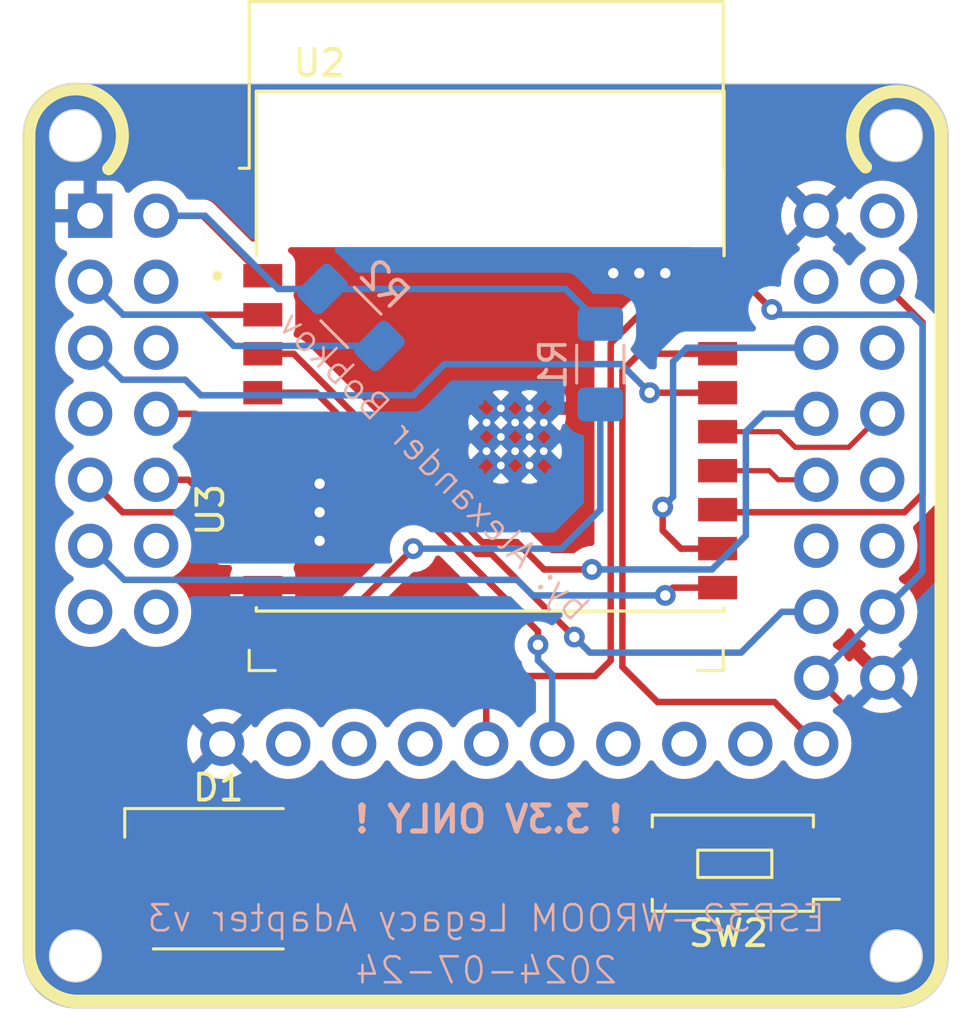
<source format=kicad_pcb>
(kicad_pcb (version 20240108) (generator "pcbnew") (generator_version "8.0")
  (layers (0 "F.Cu" signal) (31 "B.Cu" signal) (34 "B.Paste" user) (35 "F.Paste" user) (36 "B.SilkS" user "B.Silkscreen") (37 "F.SilkS" user "F.Silkscreen") (38 "B.Mask" user) (39 "F.Mask" user) (44 "Edge.Cuts" user))
  (net 0 "")
  (net 1 "GND")
  (net 2 "+3V3")
  (net 3 "Net-(D1-AB)")
  (net 4 "/GPIO0")
  (net 5 "/GPIO2")
  (net 11 "/GPIO7")
  (net 17 "/GPIO8")
  (net 19 "/GPIO3")
  (net 20 "/USB_D-")
  (net 21 "/GPIO6")
  (net 22 "/GPIO9")
  (net 23 "/GPIO5")
  (net 24 "/GPIO4")
  (net 25 "/EN")
  (net 26 "/GPIO10")
  (net 27 "/USB_D+")
  (net 28 "/GPIO1")
  (net 36 "/UART_TX")
  (net 37 "/UART_RX")
  (footprint "Alexander Footprint Library:ESP32-C3-WROOM-02-H4" (layer "F.Cu") (at 208.0625 86.5)
    (property "Reference" "U2" (at -6.575 -11.085 0) (layer "F.SilkS"))
    (property "Value" "ESP32-C3-WROOM-02-N4")
    (fp_line (start -9 -10) (end -9 -3.67) (stroke (width 0.127)) (layer "F.SilkS"))
    (fp_line (start -9 10) (end -9 9.87) (stroke (width 0.127)) (layer "F.SilkS"))
    (fp_line (start -9 10) (end 9 10) (stroke (width 0.127)) (layer "F.SilkS"))
    (fp_line (start 9 -10) (end -9 -10) (stroke (width 0.127)) (layer "F.SilkS"))
    (fp_line (start 9 -3.67) (end 9 -10) (stroke (width 0.127)) (layer "F.SilkS"))
    (fp_line (start 9 10) (end 9 9.87) (stroke (width 0.127)) (layer "F.SilkS"))
    (fp_circle (center -10.5 -2.9) (end -10.4 -2.9) (stroke (width 0.2)) (fill none) (layer "F.SilkS"))
    (pad "1" smd rect (at -8.75 -2.9) (size 1.5 0.9) (layers "F.Cu" "F.Paste" "F.Mask") (net 2 "+3V3"))
    (pad "2" smd rect (at -8.75 -1.4) (size 1.5 0.9) (layers "F.Cu" "F.Paste" "F.Mask") (net 25 "/EN"))
    (pad "3" smd rect (at -8.75 0.1) (size 1.5 0.9) (layers "F.Cu" "F.Paste" "F.Mask") (net 24 "/GPIO4"))
    (pad "4" smd rect (at -8.75 1.6) (size 1.5 0.9) (layers "F.Cu" "F.Paste" "F.Mask") (net 23 "/GPIO5"))
    (pad "5" smd rect (at -8.75 3.1) (size 1.5 0.9) (layers "F.Cu" "F.Paste" "F.Mask") (net 21 "/GPIO6"))
    (pad "6" smd rect (at -8.75 4.6) (size 1.5 0.9) (layers "F.Cu" "F.Paste" "F.Mask") (net 11 "/GPIO7"))
    (pad "7" smd rect (at -8.75 6.1) (size 1.5 0.9) (layers "F.Cu" "F.Paste" "F.Mask") (net 17 "/GPIO8"))
    (pad "8" smd rect (at -8.75 7.6) (size 1.5 0.9) (layers "F.Cu" "F.Paste" "F.Mask") (net 22 "/GPIO9"))
    (pad "9" smd rect (at -8.75 9.1) (size 1.5 0.9) (layers "F.Cu" "F.Paste" "F.Mask") (net 1 "GND"))
    (pad "10" smd rect (at 8.75 9.1) (size 1.5 0.9) (layers "F.Cu" "F.Paste" "F.Mask") (net 26 "/GPIO10"))
    (pad "11" smd rect (at 8.75 7.6) (size 1.5 0.9) (layers "F.Cu" "F.Paste" "F.Mask") (net 37 "/UART_RX"))
    (pad "12" smd rect (at 8.75 6.1) (size 1.5 0.9) (layers "F.Cu" "F.Paste" "F.Mask") (net 36 "/UART_TX"))
    (pad "13" smd rect (at 8.75 4.6) (size 1.5 0.9) (layers "F.Cu" "F.Paste" "F.Mask") (net 20 "/USB_D-"))
    (pad "14" smd rect (at 8.75 3.1) (size 1.5 0.9) (layers "F.Cu" "F.Paste" "F.Mask") (net 27 "/USB_D+"))
    (pad "15" smd rect (at 8.75 1.6) (size 1.5 0.9) (layers "F.Cu" "F.Paste" "F.Mask") (net 19 "/GPIO3"))
    (pad "16" smd rect (at 8.75 0.1) (size 1.5 0.9) (layers "F.Cu" "F.Paste" "F.Mask") (net 5 "/GPIO2"))
    (pad "17" smd rect (at 8.75 -1.4) (size 1.5 0.9) (layers "F.Cu" "F.Paste" "F.Mask") (net 28 "/GPIO1"))
    (pad "18" smd rect (at 8.75 -2.9) (size 1.5 0.9) (layers "F.Cu" "F.Paste" "F.Mask") (net 4 "/GPIO0"))
    (pad "19" smd rect (at -0.14 2.2) (size 0.7 0.7) (layers "F.Cu" "F.Paste" "F.Mask") (net 1 "GND"))
    (pad "20" smd rect (at 0.96 2.2) (size 0.7 0.7) (layers "F.Cu" "F.Paste" "F.Mask") (net 1 "GND"))
    (pad "21" smd rect (at 2.06 2.2) (size 0.7 0.7) (layers "F.Cu" "F.Paste" "F.Mask") (net 1 "GND"))
    (pad "22" smd rect (at -0.14 3.3) (size 0.7 0.7) (layers "F.Cu" "F.Paste" "F.Mask") (net 1 "GND"))
    (pad "23" smd rect (at 0.96 3.3) (size 0.7 0.7) (layers "F.Cu" "F.Paste" "F.Mask") (net 1 "GND"))
    (pad "24" smd rect (at 2.06 3.3) (size 0.7 0.7) (layers "F.Cu" "F.Paste" "F.Mask") (net 1 "GND"))
    (pad "25" smd rect (at -0.14 4.4) (size 0.7 0.7) (layers "F.Cu" "F.Paste" "F.Mask") (net 1 "GND"))
    (pad "26" smd rect (at 0.96 4.4) (size 0.7 0.7) (layers "F.Cu" "F.Paste" "F.Mask") (net 1 "GND"))
    (pad "27" smd rect (at 2.06 4.4) (size 0.7 0.7) (layers "F.Cu" "F.Paste" "F.Mask") (net 1 "GND"))
    (pad "28" thru_hole circle (at 0.41 2.2) (size 0.4 0.4) (drill 0.3) (layers "*.Cu") (net 1 "GND"))
    (pad "29" thru_hole circle (at 1.51 2.2) (size 0.4 0.4) (drill 0.3) (layers "*.Cu") (net 1 "GND"))
    (pad "30" thru_hole circle (at -0.14 2.75) (size 0.4 0.4) (drill 0.3) (layers "*.Cu") (net 1 "GND"))
    (pad "31" thru_hole circle (at 0.96 2.75) (size 0.4 0.4) (drill 0.3) (layers "*.Cu") (net 1 "GND"))
    (pad "32" thru_hole circle (at 2.06 2.75) (size 0.4 0.4) (drill 0.3) (layers "*.Cu") (net 1 "GND"))
    (pad "33" thru_hole circle (at 0.41 3.3) (size 0.4 0.4) (drill 0.3) (layers "*.Cu") (net 1 "GND"))
    (pad "34" thru_hole circle (at 1.51 3.3) (size 0.4 0.4) (drill 0.3) (layers "*.Cu") (net 1 "GND"))
    (pad "35" thru_hole circle (at -0.14 3.85) (size 0.4 0.4) (drill 0.3) (layers "*.Cu") (net 1 "GND"))
    (pad "36" thru_hole circle (at 0.96 3.85) (size 0.4 0.4) (drill 0.3) (layers "*.Cu") (net 1 "GND"))
    (pad "37" thru_hole circle (at 2.06 3.85) (size 0.4 0.4) (drill 0.3) (layers "*.Cu") (net 1 "GND"))
    (pad "38" thru_hole circle (at 0.41 4.4) (size 0.4 0.4) (drill 0.3) (layers "*.Cu") (net 1 "GND"))
    (pad "39" thru_hole circle (at 1.51 4.4) (size 0.4 0.4) (drill 0.3) (layers "*.Cu") (net 1 "GND"))
    (zone (net 0) (net_name "") (layer "F.Cu") (connect_pads (clearance 0)) (min_thickness 0.01)
      (keepout (tracks not_allowed) (vias not_allowed) (pads not_allowed) (copperpour not_allowed) (footprints allowed))
      (fill (thermal_gap 0.508) (thermal_bridge_width 0.508))
      (polygon (pts (xy 199.0625 76.5) (xy 217.0625 76.5) (xy 217.0625 82.5) (xy 199.0625 82.5)))
    )
    (zone (net 0) (net_name "") (layer "B.Cu") (connect_pads (clearance 0)) (min_thickness 0.01)
      (keepout (tracks not_allowed) (vias not_allowed) (pads not_allowed) (copperpour not_allowed) (footprints allowed))
      (fill (thermal_gap 0.508) (thermal_bridge_width 0.508))
      (polygon (pts (xy 199.0625 76.5) (xy 217.0625 76.5) (xy 217.0625 82.5) (xy 199.0625 82.5)))
    )
  )
  (footprint "Alexander Footprint Library:LED_5050-6" (layer "F.Cu") (at 197.6 106.8)
    (property "Reference" "D1" (at 0 -3.5 180) (layer "F.SilkS"))
    (property "Value" "LED_SMD_5050")
    (fp_line (start -3.6 -2.7) (end 2.5 -2.7) (stroke (width 0.12)) (layer "F.SilkS"))
    (fp_line (start -3.6 -1.6) (end -3.6 -2.7) (stroke (width 0.12)) (layer "F.SilkS"))
    (fp_line (start 2.5 2.7) (end -2.5 2.7) (stroke (width 0.12)) (layer "F.SilkS"))
    (pad "1" smd rect (at -2.4 -1.7 90) (size 1.1 2) (layers "F.Cu" "F.Paste" "F.Mask") (net 3 "Net-(D1-AB)"))
    (pad "2" smd rect (at -2.4 0 90) (size 1.1 2) (layers "F.Cu" "F.Paste" "F.Mask") (net 3 "Net-(D1-AB)"))
    (pad "3" smd rect (at -2.4 1.7 90) (size 1.1 2) (layers "F.Cu" "F.Paste" "F.Mask") (net 3 "Net-(D1-AB)"))
    (pad "4" smd rect (at 2.4 1.7 90) (size 1.1 2) (layers "F.Cu" "F.Paste" "F.Mask") (net 1 "GND"))
    (pad "5" smd rect (at 2.4 0 90) (size 1.1 2) (layers "F.Cu" "F.Paste" "F.Mask") (net 1 "GND"))
    (pad "6" smd rect (at 2.4 -1.7 90) (size 1.1 2) (layers "F.Cu" "F.Paste" "F.Mask") (net 1 "GND"))
  )
  (footprint "Alexander Footprint Library:CONN-ESP32-WROOM-Adapter-Legacy-v3" (layer "F.Cu") (at 207.91 88.91)
    (property "Reference" "U3" (at -10.61 3.7 90) (layer "F.SilkS"))
    (property "Value" "~")
    (fp_line (start -17.6 -10.6854) (end -17.6 20.9) (stroke (width 0.5)) (layer "F.SilkS"))
    (fp_line (start -9.12 -15.86) (end -9.12 -9.445) (stroke (width 0.12)) (layer "F.SilkS"))
    (fp_line (start -9.12 -15.86) (end 9.12 -15.86) (stroke (width 0.12)) (layer "F.SilkS"))
    (fp_line (start -9.12 -9.445) (end -9.5 -9.445) (stroke (width 0.12)) (layer "F.SilkS"))
    (fp_line (start -9.12 9.1) (end -9.12 9.88) (stroke (width 0.12)) (layer "F.SilkS"))
    (fp_line (start -9.12 9.88) (end -8.12 9.88) (stroke (width 0.12)) (layer "F.SilkS"))
    (fp_line (start 9.12 -15.86) (end 9.12 -9.445) (stroke (width 0.12)) (layer "F.SilkS"))
    (fp_line (start 9.12 9.1) (end 9.12 9.88) (stroke (width 0.12)) (layer "F.SilkS"))
    (fp_line (start 9.12 9.88) (end 8.12 9.88) (stroke (width 0.12)) (layer "F.SilkS"))
    (fp_line (start 15.8854 22.6) (end -15.7 22.6) (stroke (width 0.5)) (layer "F.SilkS"))
    (fp_line (start 17.5 -10.8) (end 17.5 20.7854) (stroke (width 0.5)) (layer "F.SilkS"))
    (fp_arc (start -17.6 -10.6854) (mid -15.117897 -12.365818) (end -14.527166 -9.427166) (stroke (width 0.5)) (layer "F.SilkS"))
    (fp_arc (start -15.700001 22.60263) (mid -17.00953 22.080265) (end -17.6 20.8) (stroke (width 0.5)) (layer "F.SilkS"))
    (fp_arc (start 14.595841 -9.495841) (mid 15.102381 -12.253488) (end 17.499999 -10.8) (stroke (width 0.5)) (layer "F.SilkS"))
    (fp_arc (start 17.5 20.7854) (mid 17.071898 22.033759) (end 15.880748 22.601944) (stroke (width 0.5)) (layer "F.SilkS"))
    (fp_line (start -17.8054 20.86) (end -17.8054 -10.7) (stroke (width 0.05)) (layer "Edge.Cuts"))
    (fp_line (start -15.8054 -12.7) (end 15.78 -12.7) (stroke (width 0.05)) (layer "Edge.Cuts"))
    (fp_line (start 15.78 22.86) (end -15.8054 22.86) (stroke (width 0.05)) (layer "Edge.Cuts"))
    (fp_line (start 17.78 -10.7) (end 17.78 20.86) (stroke (width 0.05)) (layer "Edge.Cuts"))
    (fp_arc (start -17.8054 -10.7) (mid -17.219614 -12.114214) (end -15.8054 -12.7) (stroke (width 0.05)) (layer "Edge.Cuts"))
    (fp_arc (start -15.8054 22.86) (mid -17.219614 22.274214) (end -17.8054 20.86) (stroke (width 0.05)) (layer "Edge.Cuts"))
    (fp_arc (start 15.78 -12.7) (mid 17.194214 -12.114214) (end 17.78 -10.7) (stroke (width 0.05)) (layer "Edge.Cuts"))
    (fp_arc (start 17.78 20.86) (mid 17.194214 22.274214) (end 15.78 22.86) (stroke (width 0.05)) (layer "Edge.Cuts"))
    (fp_circle (center -15.805401 -10.700001) (end -14.805401 -10.700001) (stroke (width 0.05)) (fill none) (layer "Edge.Cuts"))
    (fp_circle (center -15.805401 20.860001) (end -14.805401 20.860001) (stroke (width 0.05)) (fill none) (layer "Edge.Cuts"))
    (fp_circle (center 15.78 -10.7) (end 16.78 -10.7) (stroke (width 0.05)) (fill none) (layer "Edge.Cuts"))
    (fp_circle (center 15.78 20.86) (end 16.78 20.86) (stroke (width 0.05)) (fill none) (layer "Edge.Cuts"))
    (fp_text user "by: Alexander Bobkov" (at -2 2 -45) (layer "B.SilkS") (effects (font (thickness 0.1)) (justify mirror)))
    (fp_text user "2024-07-24" (at 0 22 0) (layer "B.SilkS") (effects (font (thickness 0.1)) (justify bottom mirror)))
    (fp_text user "! 3.3V ONLY !" (at 0.1 15.6 0) (layer "B.SilkS") (effects (font (thickness 0.2) (bold yes)) (justify mirror)))
    (fp_text user "ESP32-WROOM Legacy Adapter v3" (at 0 20 0) (layer "B.SilkS") (effects (font (thickness 0.1)) (justify bottom mirror)))
    (pad "1" thru_hole rect (at -15.24 -7.62) (size 1.7 1.7) (drill 1) (layers "*.Cu" "*.Mask") (net 1 "GND"))
    (pad "2" thru_hole circle (at -12.7 -7.62) (size 1.7 1.7) (drill 1) (layers "*.Cu" "*.Mask") (net 2 "+3V3"))
    (pad "3" thru_hole circle (at -15.24 -5.08) (size 1.7 1.7) (drill 1) (layers "*.Cu" "*.Mask") (net 25 "/EN"))
    (pad "4" thru_hole circle (at -12.7 -5.08) (size 1.7 1.7) (drill 1) (layers "*.Cu" "*.Mask"))
    (pad "5" thru_hole circle (at -15.24 -2.54) (size 1.7 1.7) (drill 1) (layers "*.Cu" "*.Mask") (net 19 "/GPIO3"))
    (pad "6" thru_hole circle (at -12.7 -2.54) (size 1.7 1.7) (drill 1) (layers "*.Cu" "*.Mask"))
    (pad "7" thru_hole circle (at -15.24 0) (size 1.7 1.7) (drill 1) (layers "*.Cu" "*.Mask"))
    (pad "8" thru_hole circle (at -12.7 0) (size 1.7 1.7) (drill 1) (layers "*.Cu" "*.Mask") (net 11 "/GPIO7"))
    (pad "9" thru_hole circle (at -15.24 2.54) (size 1.7 1.7) (drill 1) (layers "*.Cu" "*.Mask") (net 22 "/GPIO9"))
    (pad "10" thru_hole circle (at -12.7 2.54) (size 1.7 1.7) (drill 1) (layers "*.Cu" "*.Mask") (net 17 "/GPIO8"))
    (pad "11" thru_hole circle (at -15.24 5.08) (size 1.7 1.7) (drill 1) (layers "*.Cu" "*.Mask") (net 26 "/GPIO10"))
    (pad "12" thru_hole circle (at -12.7 5.08) (size 1.7 1.7) (drill 1) (layers "*.Cu" "*.Mask"))
    (pad "13" thru_hole circle (at -15.24 7.62) (size 1.7 1.7) (drill 1) (layers "*.Cu" "*.Mask"))
    (pad "14" thru_hole circle (at -12.7 7.62) (size 1.7 1.7) (drill 1) (layers "*.Cu" "*.Mask"))
    (pad "15" thru_hole circle (at -10.16 12.7) (size 1.7 1.7) (drill 1) (layers "*.Cu" "*.Mask") (net 1 "GND"))
    (pad "16" thru_hole circle (at -7.62 12.7) (size 1.7 1.7) (drill 1) (layers "*.Cu" "*.Mask"))
    (pad "17" thru_hole circle (at -5.08 12.7) (size 1.7 1.7) (drill 1) (layers "*.Cu" "*.Mask"))
    (pad "18" thru_hole circle (at -2.54 12.7) (size 1.7 1.7) (drill 1) (layers "*.Cu" "*.Mask"))
    (pad "19" thru_hole circle (at 0 12.7) (size 1.7 1.7) (drill 1) (layers "*.Cu" "*.Mask") (net 28 "/GPIO1"))
    (pad "20" thru_hole circle (at 2.54 12.7) (size 1.7 1.7) (drill 1) (layers "*.Cu" "*.Mask") (net 21 "/GPIO6"))
    (pad "21" thru_hole circle (at 5.08 12.7) (size 1.7 1.7) (drill 1) (layers "*.Cu" "*.Mask"))
    (pad "22" thru_hole circle (at 7.62 12.7) (size 1.7 1.7) (drill 1) (layers "*.Cu" "*.Mask"))
    (pad "23" thru_hole circle (at 10.16 12.7) (size 1.7 1.7) (drill 1) (layers "*.Cu" "*.Mask"))
    (pad "24" thru_hole circle (at 12.7 12.7) (size 1.7 1.7) (drill 1) (layers "*.Cu" "*.Mask") (net 5 "/GPIO2"))
    (pad "25" thru_hole circle (at 12.7 10.16) (size 1.7 1.7) (drill 1) (layers "*.Cu" "*.Mask") (net 4 "/GPIO0"))
    (pad "25" thru_hole circle (at 15.24 7.62) (size 1.7 1.7) (drill 1) (layers "*.Cu" "*.Mask") (net 4 "/GPIO0"))
    (pad "26" thru_hole circle (at 12.7 7.62) (size 1.7 1.7) (drill 1) (layers "*.Cu" "*.Mask") (net 23 "/GPIO5"))
    (pad "27" thru_hole circle (at 15.24 5.08) (size 1.7 1.7) (drill 1) (layers "*.Cu" "*.Mask"))
    (pad "28" thru_hole circle (at 12.7 5.08) (size 1.7 1.7) (drill 1) (layers "*.Cu" "*.Mask"))
    (pad "29" thru_hole circle (at 15.24 2.54) (size 1.7 1.7) (drill 1) (layers "*.Cu" "*.Mask"))
    (pad "30" thru_hole circle (at 12.7 2.54) (size 1.7 1.7) (drill 1) (layers "*.Cu" "*.Mask") (net 20 "/USB_D-"))
    (pad "31" thru_hole circle (at 15.24 0) (size 1.7 1.7) (drill 1) (layers "*.Cu" "*.Mask") (net 27 "/USB_D+"))
    (pad "32" thru_hole circle (at 12.7 0) (size 1.7 1.7) (drill 1) (layers "*.Cu" "*.Mask") (net 24 "/GPIO4"))
    (pad "33" thru_hole circle (at 15.24 -2.54) (size 1.7 1.7) (drill 1) (layers "*.Cu" "*.Mask"))
    (pad "34" thru_hole circle (at 12.7 -2.54) (size 1.7 1.7) (drill 1) (layers "*.Cu" "*.Mask") (net 37 "/UART_RX"))
    (pad "35" thru_hole circle (at 15.24 -5.08) (size 1.7 1.7) (drill 1) (layers "*.Cu" "*.Mask") (net 36 "/UART_TX"))
    (pad "36" thru_hole circle (at 12.7 -5.08) (size 1.7 1.7) (drill 1) (layers "*.Cu" "*.Mask"))
    (pad "37" thru_hole circle (at 15.24 -7.62) (size 1.7 1.7) (drill 1) (layers "*.Cu" "*.Mask"))
    (pad "38" thru_hole circle (at 12.7 -7.62) (size 1.7 1.7) (drill 1) (layers "*.Cu" "*.Mask") (net 1 "GND"))
    (pad "38" thru_hole circle (at 15.24 10.16) (size 1.7 1.7) (drill 1) (layers "*.Cu" "*.Mask") (net 1 "GND"))
  )
  (footprint "Alexander Footprint Library:SW_PUSH_6x3.5mm" (layer "F.Cu") (at 220.65 106.2 180)
    (property "Reference" "SW2" (at 3.42 -2.7 0) (layer "F.SilkS"))
    (property "Value" "SW_Push_SMD_6x3.5")
    (fp_line (start 6.35 1.39) (end 6.35 1.85) (stroke (width 0.12)) (layer "F.SilkS"))
    (fp_line (start 6.35 -1.85) (end 6.35 -1.39) (stroke (width 0.12)) (layer "F.SilkS"))
    (fp_line (start 6.35 -1.85) (end 0.15 -1.85) (stroke (width 0.12)) (layer "F.SilkS"))
    (fp_line (start 0.15 1.85) (end 6.35 1.85) (stroke (width 0.12)) (layer "F.SilkS"))
    (fp_line (start 0.15 1.39) (end 0.15 1.85) (stroke (width 0.12)) (layer "F.SilkS"))
    (fp_line (start 0.15 -1.39) (end -0.85 -1.39) (stroke (width 0.12)) (layer "F.SilkS"))
    (fp_line (start 0.15 -1.85) (end 0.15 -1.39) (stroke (width 0.12)) (layer "F.SilkS"))
    (fp_rect (start 1.75 -0.55) (end 4.6 0.5) (stroke (width 0.12)) (fill none) (layer "F.SilkS"))
    (pad "1" smd rect (at 0 0 270) (size 2.25 2.25) (layers "F.Cu" "F.Paste" "F.Mask") (net 4 "/GPIO0"))
    (pad "2" smd oval (at 6.5 0 270) (size 2.25 2.25) (layers "F.Cu" "F.Paste" "F.Mask") (net 1 "GND"))
  )
  (footprint "Resistor_SMD:R_1206_3216Metric_Pad1.30x1.75mm_HandSolder" (layer "B.Cu") (at 202.703984 85.203984 135)
    (property "Reference" "R2" (at 0 1.82 135) (layer "B.SilkS") (effects (justify mirror)))
    (property "Value" "R")
    (fp_line (start 0.727064 -0.91) (end -0.727064 -0.91) (stroke (width 0.12)) (layer "B.SilkS"))
    (fp_line (start 0.727064 0.91) (end -0.727064 0.91) (stroke (width 0.12)) (layer "B.SilkS"))
    (pad "1" smd roundrect (at -1.550001 0 135) (size 1.3 1.75) (layers "B.Cu" "B.Paste" "B.Mask") (roundrect_rratio 0.192308) (net 25 "/EN"))
    (pad "2" smd roundrect (at 1.550001 0 135) (size 1.3 1.75) (layers "B.Cu" "B.Paste" "B.Mask") (roundrect_rratio 0.192308) (net 2 "+3V3"))
  )
  (footprint "Resistor_SMD:R_1206_3216Metric_Pad1.30x1.75mm_HandSolder" (layer "B.Cu") (at 212.3 87 -90)
    (property "Reference" "R1" (at 0 1.82 90) (layer "B.SilkS") (effects (justify mirror)))
    (property "Value" "R")
    (fp_line (start 0.727064 0.91) (end -0.727064 0.91) (stroke (width 0.12)) (layer "B.SilkS"))
    (fp_line (start 0.727064 -0.91) (end -0.727064 -0.91) (stroke (width 0.12)) (layer "B.SilkS"))
    (pad "1" smd roundrect (at -1.550001 0 270) (size 1.3 1.75) (layers "B.Cu" "B.Paste" "B.Mask") (roundrect_rratio 0.192308) (net 2 "+3V3"))
    (pad "2" smd roundrect (at 1.550001 0 270) (size 1.3 1.75) (layers "B.Cu" "B.Paste" "B.Mask") (roundrect_rratio 0.192308) (net 3 "Net-(D1-AB)"))
  )
  (via (at 201.5 93.8) (size 0.8) (drill 0.4) (layers "F.Cu" "B.Cu") (net 1))
  (via (at 201.5 92.7) (size 0.8) (drill 0.4) (layers "F.Cu" "B.Cu") (net 1))
  (via (at 212.8 83.5) (size 0.8) (drill 0.4) (layers "F.Cu" "B.Cu") (net 1))
  (via (at 213.8 83.5) (size 0.8) (drill 0.4) (layers "F.Cu" "B.Cu") (net 1))
  (via (at 201.5 91.6) (size 0.8) (drill 0.4) (layers "F.Cu" "B.Cu") (net 1))
  (via (at 214.8 83.5) (size 0.8) (drill 0.4) (layers "F.Cu" "B.Cu") (net 1))
  (segment (start 199.3125 83.6) (end 197.0025 81.29) (width 0.25) (layer "F.Cu") (net 2))
  (segment (start 197.0025 81.29) (end 195.21 81.29) (width 0.25) (layer "F.Cu") (net 2))
  (segment (start 197.09 81.29) (end 195.21 81.29) (width 0.25) (layer "B.Cu") (net 2))
  (segment (start 210.957969 84.107968) (end 212.3 85.449999) (width 0.25) (layer "B.Cu") (net 2))
  (segment (start 201.607968 84.107968) (end 199.907968 84.107968) (width 0.25) (layer "B.Cu") (net 2))
  (segment (start 201.607968 84.107968) (end 210.957969 84.107968) (width 0.25) (layer "B.Cu") (net 2))
  (segment (start 199.907968 84.107968) (end 197.09 81.29) (width 0.25) (layer "B.Cu") (net 2))
  (segment (start 195.2 100.4) (end 195.2 108.5) (width 0.25) (layer "F.Cu") (net 3))
  (segment (start 200.5 98.7) (end 196.9 98.7) (width 0.25) (layer "F.Cu") (net 3))
  (segment (start 196.9 98.7) (end 195.2 100.4) (width 0.25) (layer "F.Cu") (net 3))
  (segment (start 205.1 94.1) (end 200.5 98.7) (width 0.25) (layer "F.Cu") (net 3))
  (via (at 205.1 94.1) (size 0.8) (drill 0.4) (layers "F.Cu" "B.Cu") (net 3))
  (segment (start 212.3 92.6) (end 212.3 88.550001) (width 0.25) (layer "B.Cu") (net 3))
  (segment (start 205.1 94.1) (end 210.8 94.1) (width 0.25) (layer "B.Cu") (net 3))
  (segment (start 210.8 94.1) (end 212.3 92.6) (width 0.25) (layer "B.Cu") (net 3))
  (segment (start 223.3 101.76) (end 223.3 105.7) (width 0.25) (layer "F.Cu") (net 4))
  (segment (start 223.3 105.7) (end 222.8 106.2) (width 0.25) (layer "F.Cu") (net 4))
  (segment (start 222.8 106.2) (end 220.65 106.2) (width 0.25) (layer "F.Cu") (net 4))
  (segment (start 218.9 84.9) (end 217.6 83.6) (width 0.25) (layer "F.Cu") (net 4))
  (segment (start 220.61 99.07) (end 223.3 101.76) (width 0.25) (layer "F.Cu") (net 4))
  (segment (start 217.6 83.6) (end 216.8125 83.6) (width 0.25) (layer "F.Cu") (net 4))
  (via (at 218.9 84.9) (size 0.8) (drill 0.4) (layers "F.Cu" "B.Cu") (net 4))
  (segment (start 219.1 85.1) (end 224.3 85.1) (width 0.25) (layer "B.Cu") (net 4))
  (segment (start 220.61 99.07) (end 223.15 96.53) (width 0.25) (layer "B.Cu") (net 4))
  (segment (start 224.3 85.1) (end 224.7 85.5) (width 0.25) (layer "B.Cu") (net 4))
  (segment (start 224.7 85.5) (end 224.7 94.98) (width 0.25) (layer "B.Cu") (net 4))
  (segment (start 224.7 94.98) (end 223.15 96.53) (width 0.25) (layer "B.Cu") (net 4))
  (segment (start 218.9 84.9) (end 219.1 85.1) (width 0.25) (layer "B.Cu") (net 4))
  (segment (start 213.15 98.65) (end 214.5 100) (width 0.25) (layer "F.Cu") (net 5))
  (segment (start 214.5 100) (end 219 100) (width 0.25) (layer "F.Cu") (net 5))
  (segment (start 213.8 86.6) (end 213.15 87.25) (width 0.25) (layer "F.Cu") (net 5))
  (segment (start 216.8125 86.6) (end 213.8 86.6) (width 0.25) (layer "F.Cu") (net 5))
  (segment (start 213.15 87.25) (end 213.15 98.65) (width 0.25) (layer "F.Cu") (net 5))
  (segment (start 219 100) (end 220.61 101.61) (width 0.25) (layer "F.Cu") (net 5))
  (segment (start 197.2 90.6) (end 197.7 91.1) (width 0.25) (layer "F.Cu") (net 11))
  (segment (start 197.2 89.4) (end 197.2 90.6) (width 0.25) (layer "F.Cu") (net 11))
  (segment (start 197.7 91.1) (end 199.3125 91.1) (width 0.25) (layer "F.Cu") (net 11))
  (segment (start 195.21 88.91) (end 196.71 88.91) (width 0.25) (layer "F.Cu") (net 11))
  (segment (start 196.71 88.91) (end 197.2 89.4) (width 0.25) (layer "F.Cu") (net 11))
  (segment (start 197.6 92.6) (end 199.3125 92.6) (width 0.25) (layer "F.Cu") (net 17))
  (segment (start 196.45 91.45) (end 197.6 92.6) (width 0.25) (layer "F.Cu") (net 17))
  (segment (start 195.21 91.45) (end 196.45 91.45) (width 0.25) (layer "F.Cu") (net 17))
  (segment (start 214.2 88.1) (end 216.8125 88.1) (width 0.25) (layer "F.Cu") (net 19))
  (via (at 214.2 88.1) (size 0.8) (drill 0.4) (layers "F.Cu" "B.Cu") (net 19))
  (segment (start 196.930851 88.2) (end 196.330851 87.6) (width 0.25) (layer "B.Cu") (net 19))
  (segment (start 205.1 88.2) (end 196.930851 88.2) (width 0.25) (layer "B.Cu") (net 19))
  (segment (start 214.2 88.1) (end 213.1 87) (width 0.25) (layer "B.Cu") (net 19))
  (segment (start 213.1 87) (end 206.3 87) (width 0.25) (layer "B.Cu") (net 19))
  (segment (start 193.9 87.6) (end 192.67 86.37) (width 0.25) (layer "B.Cu") (net 19))
  (segment (start 206.3 87) (end 205.1 88.2) (width 0.25) (layer "B.Cu") (net 19))
  (segment (start 196.330851 87.6) (end 193.9 87.6) (width 0.25) (layer "B.Cu") (net 19))
  (segment (start 216.8125 91.1) (end 218.8 91.1) (width 0.2) (layer "F.Cu") (net 20))
  (segment (start 219.15 91.45) (end 220.61 91.45) (width 0.2) (layer "F.Cu") (net 20))
  (segment (start 218.8 91.1) (end 219.15 91.45) (width 0.2) (layer "F.Cu") (net 20))
  (segment (start 202.227208 89.6) (end 199.3125 89.6) (width 0.25) (layer "F.Cu") (net 21))
  (segment (start 209.9 97.272792) (end 202.227208 89.6) (width 0.25) (layer "F.Cu") (net 21))
  (segment (start 209.9 97.8) (end 209.9 97.272792) (width 0.25) (layer "F.Cu") (net 21))
  (via (at 209.9 97.8) (size 0.8) (drill 0.4) (layers "F.Cu" "B.Cu") (net 21))
  (segment (start 209.9 98.4) (end 210.45 98.95) (width 0.25) (layer "B.Cu") (net 21))
  (segment (start 210.45 98.95) (end 210.45 101.61) (width 0.25) (layer "B.Cu") (net 21))
  (segment (start 209.9 97.8) (end 209.9 98.4) (width 0.25) (layer "B.Cu") (net 21))
  (segment (start 192.67 91.45) (end 193.92 92.7) (width 0.25) (layer "F.Cu") (net 22))
  (segment (start 196.4 92.7) (end 197.8 94.1) (width 0.25) (layer "F.Cu") (net 22))
  (segment (start 197.8 94.1) (end 199.3125 94.1) (width 0.25) (layer "F.Cu") (net 22))
  (segment (start 193.92 92.7) (end 196.4 92.7) (width 0.25) (layer "F.Cu") (net 22))
  (segment (start 208.1 94.3) (end 207.563604 94.3) (width 0.25) (layer "F.Cu") (net 23))
  (segment (start 211.3 97.5) (end 208.1 94.3) (width 0.25) (layer "F.Cu") (net 23))
  (segment (start 207.563604 94.3) (end 201.363604 88.1) (width 0.25) (layer "F.Cu") (net 23))
  (segment (start 201.363604 88.1) (end 199.3125 88.1) (width 0.25) (layer "F.Cu") (net 23))
  (via (at 211.3 97.5) (size 0.8) (drill 0.4) (layers "F.Cu" "B.Cu") (net 23))
  (segment (start 219.29 96.53) (end 220.61 96.53) (width 0.25) (layer "B.Cu") (net 23))
  (segment (start 211.9 98.1) (end 217.72 98.1) (width 0.25) (layer "B.Cu") (net 23))
  (segment (start 211.3 97.5) (end 211.9 98.1) (width 0.25) (layer "B.Cu") (net 23))
  (segment (start 217.72 98.1) (end 219.29 96.53) (width 0.25) (layer "B.Cu") (net 23))
  (segment (start 200.5 86.6) (end 199.3125 86.6) (width 0.25) (layer "F.Cu") (net 24))
  (segment (start 210.136396 94.9) (end 209.086396 93.85) (width 0.25) (layer "F.Cu") (net 24))
  (segment (start 211.975 94.9) (end 210.136396 94.9) (width 0.25) (layer "F.Cu") (net 24))
  (segment (start 209.086396 93.85) (end 207.75 93.85) (width 0.25) (layer "F.Cu") (net 24))
  (segment (start 207.75 93.85) (end 200.5 86.6) (width 0.25) (layer "F.Cu") (net 24))
  (via (at 211.975 94.9) (size 0.8) (drill 0.4) (layers "F.Cu" "B.Cu") (net 24))
  (segment (start 216.6 94.9) (end 217.9 93.6) (width 0.25) (layer "B.Cu") (net 24))
  (segment (start 211.975 94.9) (end 216.6 94.9) (width 0.25) (layer "B.Cu") (net 24))
  (segment (start 217.9 89.6) (end 218.59 88.91) (width 0.25) (layer "B.Cu") (net 24))
  (segment (start 217.9 93.6) (end 217.9 89.6) (width 0.25) (layer "B.Cu") (net 24))
  (segment (start 218.59 88.91) (end 220.61 88.91) (width 0.25) (layer "B.Cu") (net 24))
  (segment (start 193.94 85.1) (end 192.67 83.83) (width 0.25) (layer "F.Cu") (net 25))
  (segment (start 199.3125 85.1) (end 193.94 85.1) (width 0.25) (layer "F.Cu") (net 25))
  (segment (start 193.94 85.1) (end 192.67 83.83) (width 0.25) (layer "B.Cu") (net 25))
  (segment (start 203.8 86.3) (end 198.2 86.3) (width 0.25) (layer "B.Cu") (net 25))
  (segment (start 197.2 85.3) (end 197 85.1) (width 0.25) (layer "B.Cu") (net 25))
  (segment (start 197 85.1) (end 193.94 85.1) (width 0.25) (layer "B.Cu") (net 25))
  (segment (start 198.2 86.3) (end 197 85.1) (width 0.25) (layer "B.Cu") (net 25))
  (segment (start 216.8125 95.6) (end 215.1 95.6) (width 0.25) (layer "F.Cu") (net 26))
  (segment (start 215.1 95.6) (end 214.8 95.9) (width 0.25) (layer "F.Cu") (net 26))
  (via (at 214.8 95.9) (size 0.8) (drill 0.4) (layers "F.Cu" "B.Cu") (net 26))
  (segment (start 209.1 95.3) (end 193.98 95.3) (width 0.25) (layer "B.Cu") (net 26))
  (segment (start 193.98 95.3) (end 192.67 93.99) (width 0.25) (layer "B.Cu") (net 26))
  (segment (start 209.7 95.9) (end 209.1 95.3) (width 0.25) (layer "B.Cu") (net 26))
  (segment (start 214.8 95.9) (end 209.7 95.9) (width 0.25) (layer "B.Cu") (net 26))
  (segment (start 216.8125 89.6) (end 219.2 89.6) (width 0.2) (layer "F.Cu") (net 27))
  (segment (start 219.2 89.6) (end 219.8 90.2) (width 0.2) (layer "F.Cu") (net 27))
  (segment (start 221.86 90.2) (end 223.15 88.91) (width 0.2) (layer "F.Cu") (net 27))
  (segment (start 219.8 90.2) (end 221.86 90.2) (width 0.2) (layer "F.Cu") (net 27))
  (segment (start 212.1 99) (end 212.7 98.4) (width 0.25) (layer "F.Cu") (net 28))
  (segment (start 207.91 99.69) (end 208.6 99) (width 0.25) (layer "F.Cu") (net 28))
  (segment (start 213.8 85.1) (end 216.8125 85.1) (width 0.25) (layer "F.Cu") (net 28))
  (segment (start 212.7 98.4) (end 212.7 86.2) (width 0.25) (layer "F.Cu") (net 28))
  (segment (start 207.91 101.61) (end 207.91 99.69) (width 0.25) (layer "F.Cu") (net 28))
  (segment (start 212.7 86.2) (end 213.8 85.1) (width 0.25) (layer "F.Cu") (net 28))
  (segment (start 208.6 99) (end 212.1 99) (width 0.25) (layer "F.Cu") (net 28))
  (segment (start 224 92.7) (end 224.7 92) (width 0.25) (layer "F.Cu") (net 36))
  (segment (start 223.15 83.85) (end 223.15 83.83) (width 0.25) (layer "F.Cu") (net 36))
  (segment (start 216.8125 92.6) (end 216.9125 92.7) (width 0.25) (layer "F.Cu") (net 36))
  (segment (start 224.7 85.4) (end 223.15 83.85) (width 0.25) (layer "F.Cu") (net 36))
  (segment (start 224.7 92) (end 224.7 85.4) (width 0.25) (layer "F.Cu") (net 36))
  (segment (start 216.9125 92.7) (end 224 92.7) (width 0.25) (layer "F.Cu") (net 36))
  (segment (start 214.7 93.4) (end 215.4 94.1) (width 0.25) (layer "F.Cu") (net 37))
  (segment (start 214.7 92.5) (end 214.7 93.4) (width 0.25) (layer "F.Cu") (net 37))
  (segment (start 215.4 94.1) (end 216.8125 94.1) (width 0.25) (layer "F.Cu") (net 37))
  (via (at 214.7 92.5) (size 0.8) (drill 0.4) (layers "F.Cu" "B.Cu") (net 37))
  (segment (start 215.1 86.9) (end 215.63 86.37) (width 0.25) (layer "B.Cu") (net 37))
  (segment (start 215.63 86.37) (end 220.61 86.37) (width 0.25) (layer "B.Cu") (net 37))
  (segment (start 215.1 92.1) (end 215.1 86.9) (width 0.25) (layer "B.Cu") (net 37))
  (segment (start 214.7 92.5) (end 215.1 92.1) (width 0.25) (layer "B.Cu") (net 37))
  (zone (net 1) (net_name "GND") (layer "F.Cu") (priority 2) (connect_pads (clearance 0.5)) (min_thickness 0.25) (fill yes (thermal_gap 0.5) (thermal_bridge_width 0.5))
    (polygon (pts (xy 189.6 75.7) (xy 226.4 75.7) (xy 226.4 112.4) (xy 189.4 112.1)))
  )
  (zone (net 1) (net_name "GND") (layer "B.Cu") (priority 3) (connect_pads (clearance 0.5)) (min_thickness 0.25) (fill yes (thermal_gap 0.5) (thermal_bridge_width 0.5))
    (polygon (pts (xy 189.5 75.4) (xy 226.5 75.4) (xy 226.5 112.4) (xy 189.2 112.3)))
  )
)
</source>
